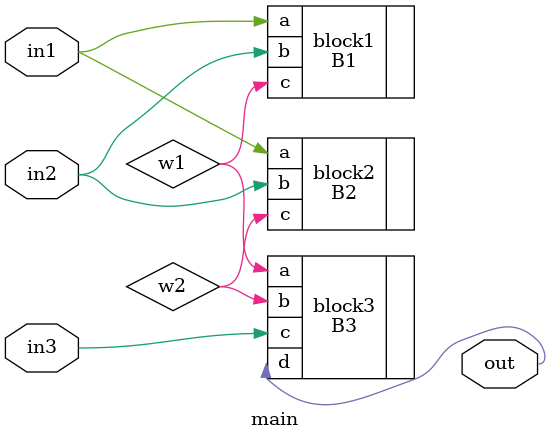
<source format=v>
`timescale 1ns / 1ps

module main(in1, in2, in3, out
    );
	 
	 input in1, in2, in3;
	 
	 output out;
	 
	 wire w1, w2;
	 
	 B1 block1( .a(in1), .b(in2), .c(w1) );
	 
	 B2 block2( .a(in1), .b(in2), .c(w2) );
	 
	 B3 block3( .a(w1), .b(w2), .c(in3), .d(out) );

	 


endmodule
</source>
